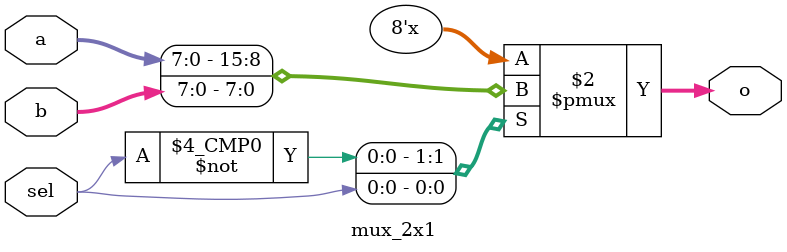
<source format=v>
`timescale 1ns / 1ps

module uart_fifo(
    input clk,
    input rst,
    input rx,
    input [3:0] dist_split_1,
    input [3:0] dist_split_10,
    input [3:0] dist_split_100,
    input dist_valid,
    output tx
    );

    wire w_tick;
    wire w_rx_done, w_tx_done;
    wire [7:0] w_rx_data, w_tx_data;
    wire [7:0] w_r_data;
    wire w_full, w_empty;
    wire w_start_trigger;
    wire [7:0] dist [0:8];
    wire flag;
    wire clear;
    reg [7:0] tx_data_reg;
    reg [3:0] tx_index;
    reg clear_reg;

    assign dist[0] = "c";  // 8 bit
    assign dist[1] = "m";
    assign dist[2] = "c";
    assign dist[3] = dist_split_1 + 8'h30;
    assign dist[4] = dist_split_10 + 8'h30;
    assign dist[5] = dist_split_100 + 8'h30;
    assign dist[6] = "c";
    assign dist[7] = "m";
    assign dist[8] = "\r";
    assign clear = clear_reg;

    always @(posedge clk or posedge rst) begin
        if (rst) begin
            tx_data_reg <= 0;
            tx_index    <= 0;
            clear_reg   <= 0;
        end else if (flag && !w_tx_done) begin
            tx_data_reg <= dist[tx_index];
            if (tx_index == 8) begin
                tx_index  <= 0;
                clear_reg <= 1;
            end else begin
                tx_index  <= tx_index + 1;
                clear_reg <= 0;
            end
        end else if (!flag && !w_start_trigger) begin
            tx_data_reg <= w_tx_data;
            clear_reg   <= 0;
        end else begin
            tx_index <= tx_index;
        end
    end

    uart_cu U_uart_cu(
        .clk(clk),
        .rst(rst),
        .rx_done(w_rx_done),
        .rx_data(w_rx_data),
        .clear(clear),  // 다른 모듈에서 flag를 끌 때 사용하는 clear 신호
        .flag(flag)
    );

    uart_rx dut_uart_rx(
        .clk(clk),
        .rst(rst),
        .tick(w_tick),
        .rx(rx),
        .rx_done(w_rx_done),
        .rx_data(w_rx_data)
    );

    fifo dut_fifo_rx(
        .clk(clk),
        .rst(rst),
        .w_data(w_rx_data), //
        .w_en(w_rx_done), //
        .r_en(~w_empty), // 수정: FIFO가 비어있지 않을 때만 읽기
        .r_data(w_r_data),
        .full(),
        .empty(w_empty)
    );

    uart_tx dut_uart_tx(
        .clk(clk),
        .rst(rst),
        .tick(w_tick),
        .start_trigger((!w_start_trigger & ~w_tx_done)||flag), // 수정: start trigger 논리 개선
        .data(tx_data_reg),
        .o_tx_done(w_tx_done),
        .o_tx(tx)
    );

    fifo dut_fifo_tx(
        .clk(clk),
        .rst(rst),
        .w_data(w_r_data),
        .w_en(~w_empty),
        .r_en(~w_tx_done),
        .r_data(w_tx_data),
        .full(w_full),
        .empty(w_start_trigger)
    );

    baud_tick_gen dut_baud_tick_gen( 
        .clk(clk),
        .rst(rst),
        .tick(w_tick)
    );

endmodule

module mux_2x1 (
    a,
    b,
    sel,
    o
);
    parameter DATA_WIDTH = 8;
    input [DATA_WIDTH-1:0] a;
    input [DATA_WIDTH-1:0] b;
    input sel;
    output reg [DATA_WIDTH-1:0] o;

    always @(*) begin
        case (sel)
            0: o = a;
            1: o = b;
            default: o = a;
        endcase
    end
endmodule
</source>
